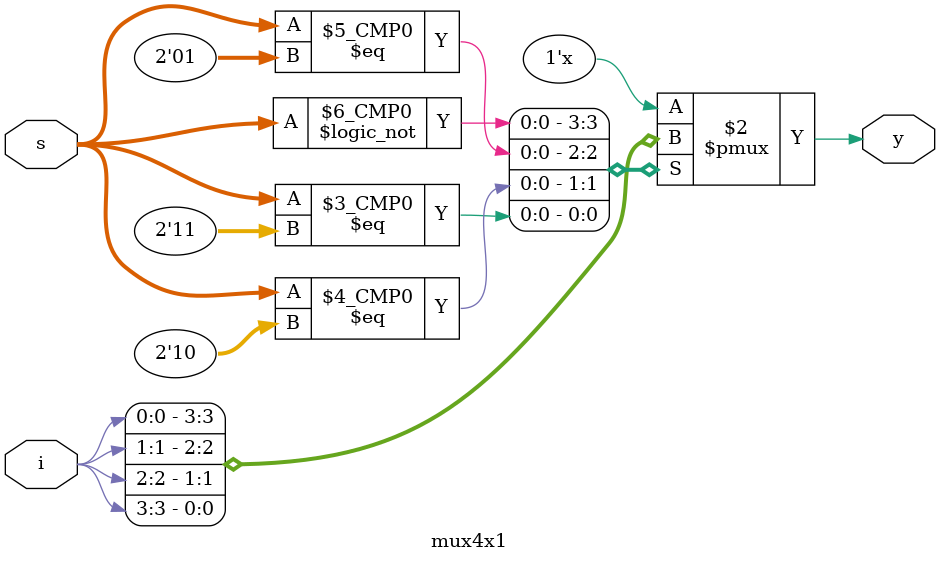
<source format=v>
module mux4x1(i, s, y);
input [3:0] i;
input[1:0] s;
output reg y;

always @(*)
begin
case (s) 
2'b00: y <=i[0];
2'b01: y <=i[1];
2'b10: y <=i[2]; 
2'b11: y <=i[3];
default : y <= 1'b0;
endcase
end
endmodule
</source>
